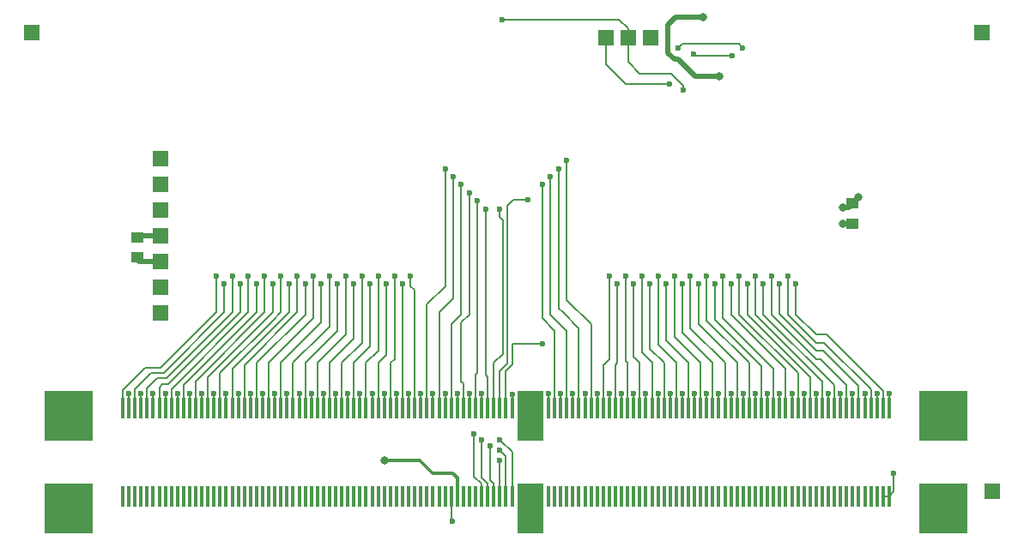
<source format=gbr>
G04 #@! TF.GenerationSoftware,KiCad,Pcbnew,5.0.2-bee76a0~70~ubuntu18.04.1*
G04 #@! TF.CreationDate,2019-04-15T15:13:08+02:00*
G04 #@! TF.ProjectId,ModulAdapter,4d6f6475-6c41-4646-9170-7465722e6b69,rev?*
G04 #@! TF.SameCoordinates,Original*
G04 #@! TF.FileFunction,Copper,L1,Top*
G04 #@! TF.FilePolarity,Positive*
%FSLAX46Y46*%
G04 Gerber Fmt 4.6, Leading zero omitted, Abs format (unit mm)*
G04 Created by KiCad (PCBNEW 5.0.2-bee76a0~70~ubuntu18.04.1) date Mo 15 Apr 2019 15:13:08 CEST*
%MOMM*%
%LPD*%
G01*
G04 APERTURE LIST*
G04 #@! TA.AperFunction,ComponentPad*
%ADD10R,1.501140X1.501140*%
G04 #@! TD*
G04 #@! TA.AperFunction,SMDPad,CuDef*
%ADD11R,2.600000X5.000000*%
G04 #@! TD*
G04 #@! TA.AperFunction,SMDPad,CuDef*
%ADD12R,0.350000X2.000000*%
G04 #@! TD*
G04 #@! TA.AperFunction,SMDPad,CuDef*
%ADD13R,4.800000X5.000000*%
G04 #@! TD*
G04 #@! TA.AperFunction,SMDPad,CuDef*
%ADD14R,1.250000X1.000000*%
G04 #@! TD*
G04 #@! TA.AperFunction,ViaPad*
%ADD15C,0.800000*%
G04 #@! TD*
G04 #@! TA.AperFunction,ViaPad*
%ADD16C,0.600000*%
G04 #@! TD*
G04 #@! TA.AperFunction,Conductor*
%ADD17C,0.300000*%
G04 #@! TD*
G04 #@! TA.AperFunction,Conductor*
%ADD18C,0.200000*%
G04 #@! TD*
G04 #@! TA.AperFunction,Conductor*
%ADD19C,0.500000*%
G04 #@! TD*
G04 APERTURE END LIST*
D10*
G04 #@! TO.P,P1,1*
G04 #@! TO.N,GND*
X53250000Y-81000000D03*
G04 #@! TD*
G04 #@! TO.P,P9,1*
G04 #@! TO.N,DIO_B*
X65913000Y-93431000D03*
G04 #@! TD*
G04 #@! TO.P,P8,1*
G04 #@! TO.N,LE_C*
X65913000Y-95971000D03*
G04 #@! TD*
G04 #@! TO.P,P2,1*
G04 #@! TO.N,V_GND*
X146990000Y-81000000D03*
G04 #@! TD*
G04 #@! TO.P,P3,1*
G04 #@! TO.N,VDD_C*
X65913000Y-103591000D03*
G04 #@! TD*
G04 #@! TO.P,P7,1*
G04 #@! TO.N,V_HV_C*
X65913000Y-108671000D03*
G04 #@! TD*
G04 #@! TO.P,P10,1*
G04 #@! TO.N,BL_C2*
X65913000Y-106131000D03*
G04 #@! TD*
G04 #@! TO.P,P11,1*
G04 #@! TO.N,CLK_C*
X65913000Y-98511000D03*
G04 #@! TD*
G04 #@! TO.P,P12,1*
G04 #@! TO.N,GND_C*
X65913000Y-101051000D03*
G04 #@! TD*
G04 #@! TO.P,P16,1*
G04 #@! TO.N,SENS_PAD*
X148000000Y-126250000D03*
G04 #@! TD*
G04 #@! TO.P,P4,1*
G04 #@! TO.N,DI_B*
X114250000Y-81500000D03*
G04 #@! TD*
G04 #@! TO.P,P5,1*
G04 #@! TO.N,POL_C2*
X109906000Y-81521500D03*
G04 #@! TD*
G04 #@! TO.P,P6,1*
G04 #@! TO.N,BL_C2*
X112065000Y-81521500D03*
G04 #@! TD*
D11*
G04 #@! TO.P,J1,*
G04 #@! TO.N,*
X102400000Y-127990000D03*
X102400000Y-118810000D03*
D12*
G04 #@! TO.P,J1,2*
G04 #@! TO.N,N/C*
X62800000Y-126750000D03*
G04 #@! TO.P,J1,1*
X62200000Y-126750000D03*
G04 #@! TO.P,J1,3*
X63400000Y-126750000D03*
G04 #@! TO.P,J1,4*
X64000000Y-126750000D03*
G04 #@! TO.P,J1,5*
X64600000Y-126750000D03*
G04 #@! TO.P,J1,6*
X65200000Y-126750000D03*
G04 #@! TO.P,J1,7*
X65800000Y-126750000D03*
G04 #@! TO.P,J1,8*
X66400000Y-126750000D03*
G04 #@! TO.P,J1,9*
X67000000Y-126750000D03*
G04 #@! TO.P,J1,10*
X67600000Y-126750000D03*
G04 #@! TO.P,J1,11*
X68200000Y-126750000D03*
G04 #@! TO.P,J1,12*
X68800000Y-126750000D03*
G04 #@! TO.P,J1,13*
X69400000Y-126750000D03*
G04 #@! TO.P,J1,14*
X70000000Y-126750000D03*
G04 #@! TO.P,J1,15*
X70600000Y-126750000D03*
G04 #@! TO.P,J1,16*
X71200000Y-126750000D03*
G04 #@! TO.P,J1,17*
X71800000Y-126750000D03*
G04 #@! TO.P,J1,18*
X72400000Y-126750000D03*
G04 #@! TO.P,J1,19*
X73000000Y-126750000D03*
G04 #@! TO.P,J1,20*
X73600000Y-126750000D03*
G04 #@! TO.P,J1,21*
X74200000Y-126750000D03*
G04 #@! TO.P,J1,22*
X74800000Y-126750000D03*
G04 #@! TO.P,J1,23*
X75400000Y-126750000D03*
G04 #@! TO.P,J1,24*
X76000000Y-126750000D03*
G04 #@! TO.P,J1,25*
X76600000Y-126750000D03*
G04 #@! TO.P,J1,26*
X77200000Y-126750000D03*
G04 #@! TO.P,J1,27*
X77800000Y-126750000D03*
G04 #@! TO.P,J1,28*
X78400000Y-126750000D03*
G04 #@! TO.P,J1,29*
X79000000Y-126750000D03*
G04 #@! TO.P,J1,30*
X79600000Y-126750000D03*
G04 #@! TO.P,J1,31*
X80200000Y-126750000D03*
G04 #@! TO.P,J1,32*
X80800000Y-126750000D03*
G04 #@! TO.P,J1,33*
X81400000Y-126750000D03*
G04 #@! TO.P,J1,34*
X82000000Y-126750000D03*
G04 #@! TO.P,J1,35*
X82600000Y-126750000D03*
G04 #@! TO.P,J1,36*
X83200000Y-126750000D03*
G04 #@! TO.P,J1,37*
X83800000Y-126750000D03*
G04 #@! TO.P,J1,38*
X84400000Y-126750000D03*
G04 #@! TO.P,J1,39*
X85000000Y-126750000D03*
G04 #@! TO.P,J1,40*
X85600000Y-126750000D03*
G04 #@! TO.P,J1,41*
X86200000Y-126750000D03*
G04 #@! TO.P,J1,42*
X86800000Y-126750000D03*
G04 #@! TO.P,J1,43*
X87400000Y-126750000D03*
G04 #@! TO.P,J1,44*
X88000000Y-126750000D03*
G04 #@! TO.P,J1,45*
X88600000Y-126750000D03*
G04 #@! TO.P,J1,46*
X89200000Y-126750000D03*
G04 #@! TO.P,J1,48*
X90400000Y-126750000D03*
G04 #@! TO.P,J1,47*
X89800000Y-126750000D03*
G04 #@! TO.P,J1,49*
X91000000Y-126750000D03*
G04 #@! TO.P,J1,50*
X91600000Y-126750000D03*
G04 #@! TO.P,J1,51*
X92200000Y-126750000D03*
G04 #@! TO.P,J1,52*
X92800000Y-126750000D03*
G04 #@! TO.P,J1,53*
X93400000Y-126750000D03*
G04 #@! TO.P,J1,54*
X94000000Y-126750000D03*
G04 #@! TO.P,J1,55*
G04 #@! TO.N,SENS_PAD*
X94600000Y-126750000D03*
G04 #@! TO.P,J1,56*
G04 #@! TO.N,GND*
X95200000Y-126750000D03*
G04 #@! TO.P,J1,57*
G04 #@! TO.N,N/C*
X95800000Y-126750000D03*
G04 #@! TO.P,J1,58*
X96400000Y-126750000D03*
G04 #@! TO.P,J1,59*
X97000000Y-126750000D03*
G04 #@! TO.P,J1,60*
G04 #@! TO.N,Net-(J1-Pad60)*
X97600000Y-126750000D03*
G04 #@! TO.P,J1,61*
G04 #@! TO.N,Net-(J1-Pad61)*
X98200000Y-126750000D03*
G04 #@! TO.P,J1,62*
G04 #@! TO.N,Net-(J1-Pad62)*
X98800000Y-126750000D03*
G04 #@! TO.P,J1,63*
G04 #@! TO.N,Net-(J1-Pad63)*
X99400000Y-126750000D03*
G04 #@! TO.P,J1,64*
G04 #@! TO.N,Net-(J1-Pad64)*
X100000000Y-126750000D03*
G04 #@! TO.P,J1,65*
G04 #@! TO.N,Net-(J1-Pad65)*
X100600000Y-126750000D03*
G04 #@! TO.P,J1,66*
G04 #@! TO.N,N/C*
X104200000Y-126750000D03*
G04 #@! TO.P,J1,67*
X104800000Y-126750000D03*
G04 #@! TO.P,J1,68*
X105400000Y-126750000D03*
G04 #@! TO.P,J1,69*
X106000000Y-126750000D03*
G04 #@! TO.P,J1,70*
X106600000Y-126750000D03*
G04 #@! TO.P,J1,71*
X107200000Y-126750000D03*
G04 #@! TO.P,J1,72*
X107800000Y-126750000D03*
G04 #@! TO.P,J1,73*
X108400000Y-126750000D03*
G04 #@! TO.P,J1,74*
X109000000Y-126750000D03*
G04 #@! TO.P,J1,75*
X109600000Y-126750000D03*
G04 #@! TO.P,J1,76*
X110200000Y-126750000D03*
G04 #@! TO.P,J1,77*
X110800000Y-126750000D03*
G04 #@! TO.P,J1,78*
X111400000Y-126750000D03*
G04 #@! TO.P,J1,79*
X112000000Y-126750000D03*
G04 #@! TO.P,J1,80*
X112600000Y-126750000D03*
G04 #@! TO.P,J1,81*
X113200000Y-126750000D03*
G04 #@! TO.P,J1,82*
X113800000Y-126750000D03*
G04 #@! TO.P,J1,83*
X114400000Y-126750000D03*
G04 #@! TO.P,J1,84*
X115000000Y-126750000D03*
G04 #@! TO.P,J1,85*
X115600000Y-126750000D03*
G04 #@! TO.P,J1,86*
X116200000Y-126750000D03*
G04 #@! TO.P,J1,87*
X116800000Y-126750000D03*
G04 #@! TO.P,J1,88*
X117400000Y-126750000D03*
G04 #@! TO.P,J1,89*
X118000000Y-126750000D03*
G04 #@! TO.P,J1,90*
X118600000Y-126750000D03*
G04 #@! TO.P,J1,91*
X119200000Y-126750000D03*
G04 #@! TO.P,J1,92*
X119800000Y-126750000D03*
G04 #@! TO.P,J1,93*
X120400000Y-126750000D03*
G04 #@! TO.P,J1,94*
X121000000Y-126750000D03*
G04 #@! TO.P,J1,95*
X121600000Y-126750000D03*
G04 #@! TO.P,J1,96*
X122200000Y-126750000D03*
G04 #@! TO.P,J1,97*
X122800000Y-126750000D03*
G04 #@! TO.P,J1,98*
X123400000Y-126750000D03*
G04 #@! TO.P,J1,99*
X124000000Y-126750000D03*
G04 #@! TO.P,J1,100*
X124600000Y-126750000D03*
G04 #@! TO.P,J1,101*
X125200000Y-126750000D03*
G04 #@! TO.P,J1,102*
X125800000Y-126750000D03*
G04 #@! TO.P,J1,103*
X126400000Y-126750000D03*
G04 #@! TO.P,J1,104*
X127000000Y-126750000D03*
G04 #@! TO.P,J1,105*
X127600000Y-126750000D03*
G04 #@! TO.P,J1,106*
X128200000Y-126750000D03*
G04 #@! TO.P,J1,107*
X128800000Y-126750000D03*
G04 #@! TO.P,J1,108*
X129400000Y-126750000D03*
G04 #@! TO.P,J1,109*
X130000000Y-126750000D03*
G04 #@! TO.P,J1,110*
X130600000Y-126750000D03*
G04 #@! TO.P,J1,111*
X131200000Y-126750000D03*
G04 #@! TO.P,J1,112*
X131800000Y-126750000D03*
G04 #@! TO.P,J1,113*
X132400000Y-126750000D03*
G04 #@! TO.P,J1,114*
X133000000Y-126750000D03*
G04 #@! TO.P,J1,115*
X133600000Y-126750000D03*
G04 #@! TO.P,J1,116*
X134200000Y-126750000D03*
G04 #@! TO.P,J1,117*
X134800000Y-126750000D03*
G04 #@! TO.P,J1,118*
X135400000Y-126750000D03*
G04 #@! TO.P,J1,119*
X136000000Y-126750000D03*
G04 #@! TO.P,J1,120*
X136600000Y-126750000D03*
G04 #@! TO.P,J1,121*
G04 #@! TO.N,V_GND*
X137200000Y-126750000D03*
G04 #@! TO.P,J1,122*
X137800000Y-126750000D03*
G04 #@! TO.P,J1,123*
G04 #@! TO.N,Net-(J1-Pad123)*
X62200000Y-118050000D03*
G04 #@! TO.P,J1,124*
G04 #@! TO.N,Net-(J1-Pad124)*
X62800000Y-118050000D03*
G04 #@! TO.P,J1,125*
G04 #@! TO.N,Net-(J1-Pad125)*
X63400000Y-118050000D03*
G04 #@! TO.P,J1,126*
G04 #@! TO.N,Net-(J1-Pad126)*
X64000000Y-118050000D03*
G04 #@! TO.P,J1,127*
G04 #@! TO.N,Net-(J1-Pad127)*
X64600000Y-118050000D03*
G04 #@! TO.P,J1,128*
G04 #@! TO.N,Net-(J1-Pad128)*
X65200000Y-118050000D03*
G04 #@! TO.P,J1,129*
G04 #@! TO.N,Net-(J1-Pad129)*
X65800000Y-118050000D03*
G04 #@! TO.P,J1,130*
G04 #@! TO.N,Net-(J1-Pad130)*
X66400000Y-118050000D03*
G04 #@! TO.P,J1,131*
G04 #@! TO.N,Net-(J1-Pad131)*
X67000000Y-118050000D03*
G04 #@! TO.P,J1,132*
G04 #@! TO.N,Net-(J1-Pad132)*
X67600000Y-118050000D03*
G04 #@! TO.P,J1,133*
G04 #@! TO.N,Net-(J1-Pad133)*
X68200000Y-118050000D03*
G04 #@! TO.P,J1,134*
G04 #@! TO.N,Net-(J1-Pad134)*
X68800000Y-118050000D03*
G04 #@! TO.P,J1,135*
G04 #@! TO.N,Net-(J1-Pad135)*
X69400000Y-118050000D03*
G04 #@! TO.P,J1,136*
G04 #@! TO.N,Net-(J1-Pad136)*
X70000000Y-118050000D03*
G04 #@! TO.P,J1,137*
G04 #@! TO.N,Net-(J1-Pad137)*
X70600000Y-118050000D03*
G04 #@! TO.P,J1,138*
G04 #@! TO.N,Net-(J1-Pad138)*
X71200000Y-118050000D03*
G04 #@! TO.P,J1,139*
G04 #@! TO.N,Net-(J1-Pad139)*
X71800000Y-118050000D03*
G04 #@! TO.P,J1,140*
G04 #@! TO.N,Net-(J1-Pad140)*
X72400000Y-118050000D03*
G04 #@! TO.P,J1,141*
G04 #@! TO.N,Net-(J1-Pad141)*
X73000000Y-118050000D03*
G04 #@! TO.P,J1,142*
G04 #@! TO.N,Net-(J1-Pad142)*
X73600000Y-118050000D03*
G04 #@! TO.P,J1,143*
G04 #@! TO.N,Net-(J1-Pad143)*
X74200000Y-118050000D03*
G04 #@! TO.P,J1,144*
G04 #@! TO.N,Net-(J1-Pad144)*
X74800000Y-118050000D03*
G04 #@! TO.P,J1,145*
G04 #@! TO.N,Net-(J1-Pad145)*
X75400000Y-118050000D03*
G04 #@! TO.P,J1,146*
G04 #@! TO.N,Net-(J1-Pad146)*
X76000000Y-118050000D03*
G04 #@! TO.P,J1,147*
G04 #@! TO.N,Net-(J1-Pad147)*
X76600000Y-118050000D03*
G04 #@! TO.P,J1,148*
G04 #@! TO.N,Net-(J1-Pad148)*
X77200000Y-118050000D03*
G04 #@! TO.P,J1,149*
G04 #@! TO.N,Net-(J1-Pad149)*
X77800000Y-118050000D03*
G04 #@! TO.P,J1,150*
G04 #@! TO.N,Net-(J1-Pad150)*
X78400000Y-118050000D03*
G04 #@! TO.P,J1,151*
G04 #@! TO.N,Net-(J1-Pad151)*
X79000000Y-118050000D03*
G04 #@! TO.P,J1,152*
G04 #@! TO.N,Net-(J1-Pad152)*
X79600000Y-118050000D03*
G04 #@! TO.P,J1,153*
G04 #@! TO.N,Net-(J1-Pad153)*
X80200000Y-118050000D03*
G04 #@! TO.P,J1,154*
G04 #@! TO.N,Net-(J1-Pad154)*
X80800000Y-118050000D03*
G04 #@! TO.P,J1,155*
G04 #@! TO.N,Net-(J1-Pad155)*
X81400000Y-118050000D03*
G04 #@! TO.P,J1,156*
G04 #@! TO.N,Net-(J1-Pad156)*
X82000000Y-118050000D03*
G04 #@! TO.P,J1,157*
G04 #@! TO.N,Net-(J1-Pad157)*
X82600000Y-118050000D03*
G04 #@! TO.P,J1,158*
G04 #@! TO.N,Net-(J1-Pad158)*
X83200000Y-118050000D03*
G04 #@! TO.P,J1,159*
G04 #@! TO.N,Net-(J1-Pad159)*
X83800000Y-118050000D03*
G04 #@! TO.P,J1,160*
G04 #@! TO.N,Net-(J1-Pad160)*
X84400000Y-118050000D03*
G04 #@! TO.P,J1,161*
G04 #@! TO.N,Net-(J1-Pad161)*
X85000000Y-118050000D03*
G04 #@! TO.P,J1,162*
G04 #@! TO.N,Net-(J1-Pad162)*
X85600000Y-118050000D03*
G04 #@! TO.P,J1,163*
G04 #@! TO.N,Net-(J1-Pad163)*
X86200000Y-118050000D03*
G04 #@! TO.P,J1,164*
G04 #@! TO.N,Net-(J1-Pad164)*
X86800000Y-118050000D03*
G04 #@! TO.P,J1,165*
G04 #@! TO.N,Net-(J1-Pad165)*
X87400000Y-118050000D03*
G04 #@! TO.P,J1,166*
G04 #@! TO.N,Net-(J1-Pad166)*
X88000000Y-118050000D03*
G04 #@! TO.P,J1,167*
G04 #@! TO.N,Net-(J1-Pad167)*
X88600000Y-118050000D03*
G04 #@! TO.P,J1,168*
G04 #@! TO.N,Net-(J1-Pad168)*
X89200000Y-118050000D03*
G04 #@! TO.P,J1,169*
G04 #@! TO.N,Net-(J1-Pad169)*
X89800000Y-118050000D03*
G04 #@! TO.P,J1,170*
G04 #@! TO.N,Net-(J1-Pad170)*
X90400000Y-118050000D03*
G04 #@! TO.P,J1,171*
G04 #@! TO.N,Net-(J1-Pad171)*
X91000000Y-118050000D03*
G04 #@! TO.P,J1,172*
G04 #@! TO.N,Net-(J1-Pad172)*
X91600000Y-118050000D03*
G04 #@! TO.P,J1,173*
G04 #@! TO.N,Net-(J1-Pad173)*
X92200000Y-118050000D03*
G04 #@! TO.P,J1,174*
G04 #@! TO.N,Net-(J1-Pad174)*
X92800000Y-118050000D03*
G04 #@! TO.P,J1,175*
G04 #@! TO.N,Net-(J1-Pad175)*
X93400000Y-118050000D03*
G04 #@! TO.P,J1,176*
G04 #@! TO.N,Net-(J1-Pad176)*
X94000000Y-118050000D03*
G04 #@! TO.P,J1,177*
G04 #@! TO.N,Net-(J1-Pad177)*
X94600000Y-118050000D03*
G04 #@! TO.P,J1,178*
G04 #@! TO.N,Net-(J1-Pad178)*
X95200000Y-118050000D03*
G04 #@! TO.P,J1,179*
G04 #@! TO.N,Net-(J1-Pad179)*
X95800000Y-118050000D03*
G04 #@! TO.P,J1,180*
G04 #@! TO.N,Net-(J1-Pad180)*
X96400000Y-118050000D03*
G04 #@! TO.P,J1,181*
G04 #@! TO.N,Net-(J1-Pad181)*
X97000000Y-118050000D03*
G04 #@! TO.P,J1,182*
G04 #@! TO.N,Net-(J1-Pad182)*
X97600000Y-118050000D03*
G04 #@! TO.P,J1,183*
G04 #@! TO.N,Net-(J1-Pad183)*
X98200000Y-118050000D03*
G04 #@! TO.P,J1,184*
G04 #@! TO.N,Net-(J1-Pad184)*
X98800000Y-118050000D03*
G04 #@! TO.P,J1,185*
G04 #@! TO.N,Net-(J1-Pad185)*
X99400000Y-118050000D03*
G04 #@! TO.P,J1,186*
G04 #@! TO.N,Net-(J1-Pad186)*
X100000000Y-118050000D03*
G04 #@! TO.P,J1,187*
G04 #@! TO.N,Net-(J1-Pad187)*
X100600000Y-118050000D03*
G04 #@! TO.P,J1,188*
G04 #@! TO.N,Net-(J1-Pad188)*
X104200000Y-118050000D03*
G04 #@! TO.P,J1,189*
G04 #@! TO.N,Net-(J1-Pad189)*
X104800000Y-118050000D03*
G04 #@! TO.P,J1,190*
G04 #@! TO.N,Net-(J1-Pad190)*
X105400000Y-118050000D03*
G04 #@! TO.P,J1,191*
G04 #@! TO.N,Net-(J1-Pad191)*
X106000000Y-118050000D03*
G04 #@! TO.P,J1,192*
G04 #@! TO.N,Net-(J1-Pad192)*
X106600000Y-118050000D03*
G04 #@! TO.P,J1,193*
G04 #@! TO.N,Net-(J1-Pad193)*
X107200000Y-118050000D03*
G04 #@! TO.P,J1,194*
G04 #@! TO.N,Net-(J1-Pad194)*
X107800000Y-118050000D03*
G04 #@! TO.P,J1,195*
G04 #@! TO.N,Net-(J1-Pad195)*
X108400000Y-118050000D03*
G04 #@! TO.P,J1,196*
G04 #@! TO.N,Net-(J1-Pad196)*
X109000000Y-118050000D03*
G04 #@! TO.P,J1,197*
G04 #@! TO.N,Net-(J1-Pad197)*
X109600000Y-118050000D03*
G04 #@! TO.P,J1,198*
G04 #@! TO.N,Net-(J1-Pad198)*
X110200000Y-118050000D03*
G04 #@! TO.P,J1,199*
G04 #@! TO.N,Net-(J1-Pad199)*
X110800000Y-118050000D03*
G04 #@! TO.P,J1,200*
G04 #@! TO.N,Net-(J1-Pad200)*
X111400000Y-118050000D03*
G04 #@! TO.P,J1,201*
G04 #@! TO.N,Net-(J1-Pad201)*
X112000000Y-118050000D03*
G04 #@! TO.P,J1,202*
G04 #@! TO.N,Net-(J1-Pad202)*
X112600000Y-118050000D03*
G04 #@! TO.P,J1,203*
G04 #@! TO.N,Net-(J1-Pad203)*
X113200000Y-118050000D03*
G04 #@! TO.P,J1,204*
G04 #@! TO.N,Net-(J1-Pad204)*
X113800000Y-118050000D03*
G04 #@! TO.P,J1,205*
G04 #@! TO.N,Net-(J1-Pad205)*
X114400000Y-118050000D03*
G04 #@! TO.P,J1,206*
G04 #@! TO.N,Net-(J1-Pad206)*
X115000000Y-118050000D03*
G04 #@! TO.P,J1,207*
G04 #@! TO.N,Net-(J1-Pad207)*
X115600000Y-118050000D03*
G04 #@! TO.P,J1,208*
G04 #@! TO.N,Net-(J1-Pad208)*
X116200000Y-118050000D03*
G04 #@! TO.P,J1,209*
G04 #@! TO.N,Net-(J1-Pad209)*
X116800000Y-118050000D03*
G04 #@! TO.P,J1,210*
G04 #@! TO.N,Net-(J1-Pad210)*
X117400000Y-118050000D03*
G04 #@! TO.P,J1,211*
G04 #@! TO.N,Net-(J1-Pad211)*
X118000000Y-118050000D03*
G04 #@! TO.P,J1,212*
G04 #@! TO.N,Net-(J1-Pad212)*
X118600000Y-118050000D03*
G04 #@! TO.P,J1,213*
G04 #@! TO.N,Net-(J1-Pad213)*
X119200000Y-118050000D03*
G04 #@! TO.P,J1,214*
G04 #@! TO.N,Net-(J1-Pad214)*
X119800000Y-118050000D03*
G04 #@! TO.P,J1,215*
G04 #@! TO.N,Net-(J1-Pad215)*
X120400000Y-118050000D03*
G04 #@! TO.P,J1,216*
G04 #@! TO.N,Net-(J1-Pad216)*
X121000000Y-118050000D03*
G04 #@! TO.P,J1,217*
G04 #@! TO.N,Net-(J1-Pad217)*
X121600000Y-118050000D03*
G04 #@! TO.P,J1,218*
G04 #@! TO.N,Net-(J1-Pad218)*
X122200000Y-118050000D03*
G04 #@! TO.P,J1,219*
G04 #@! TO.N,Net-(J1-Pad219)*
X122800000Y-118050000D03*
G04 #@! TO.P,J1,220*
G04 #@! TO.N,Net-(J1-Pad220)*
X123400000Y-118050000D03*
G04 #@! TO.P,J1,221*
G04 #@! TO.N,Net-(J1-Pad221)*
X124000000Y-118050000D03*
G04 #@! TO.P,J1,222*
G04 #@! TO.N,Net-(J1-Pad222)*
X124600000Y-118050000D03*
G04 #@! TO.P,J1,223*
G04 #@! TO.N,Net-(J1-Pad223)*
X125200000Y-118050000D03*
G04 #@! TO.P,J1,224*
G04 #@! TO.N,Net-(J1-Pad224)*
X125800000Y-118050000D03*
G04 #@! TO.P,J1,225*
G04 #@! TO.N,Net-(J1-Pad225)*
X126400000Y-118050000D03*
G04 #@! TO.P,J1,226*
G04 #@! TO.N,Net-(J1-Pad226)*
X127000000Y-118050000D03*
G04 #@! TO.P,J1,227*
G04 #@! TO.N,Net-(J1-Pad227)*
X127600000Y-118050000D03*
G04 #@! TO.P,J1,228*
G04 #@! TO.N,Net-(J1-Pad228)*
X128200000Y-118050000D03*
G04 #@! TO.P,J1,229*
G04 #@! TO.N,Net-(J1-Pad229)*
X128800000Y-118050000D03*
G04 #@! TO.P,J1,230*
G04 #@! TO.N,Net-(J1-Pad230)*
X129400000Y-118050000D03*
G04 #@! TO.P,J1,231*
G04 #@! TO.N,Net-(J1-Pad231)*
X130000000Y-118050000D03*
G04 #@! TO.P,J1,232*
G04 #@! TO.N,Net-(J1-Pad232)*
X130600000Y-118050000D03*
G04 #@! TO.P,J1,233*
G04 #@! TO.N,Net-(J1-Pad233)*
X131200000Y-118050000D03*
G04 #@! TO.P,J1,234*
G04 #@! TO.N,Net-(J1-Pad234)*
X131800000Y-118050000D03*
G04 #@! TO.P,J1,235*
G04 #@! TO.N,Net-(J1-Pad235)*
X132400000Y-118050000D03*
G04 #@! TO.P,J1,236*
G04 #@! TO.N,Net-(J1-Pad236)*
X133000000Y-118050000D03*
G04 #@! TO.P,J1,237*
G04 #@! TO.N,Net-(J1-Pad237)*
X133600000Y-118050000D03*
G04 #@! TO.P,J1,238*
G04 #@! TO.N,Net-(J1-Pad238)*
X134200000Y-118050000D03*
G04 #@! TO.P,J1,239*
G04 #@! TO.N,Net-(J1-Pad239)*
X134800000Y-118050000D03*
G04 #@! TO.P,J1,240*
G04 #@! TO.N,Net-(J1-Pad240)*
X135400000Y-118050000D03*
G04 #@! TO.P,J1,241*
G04 #@! TO.N,Net-(J1-Pad241)*
X136000000Y-118050000D03*
G04 #@! TO.P,J1,242*
G04 #@! TO.N,Net-(J1-Pad242)*
X136600000Y-118050000D03*
G04 #@! TO.P,J1,243*
G04 #@! TO.N,Net-(J1-Pad243)*
X137200000Y-118050000D03*
G04 #@! TO.P,J1,244*
G04 #@! TO.N,Net-(J1-Pad244)*
X137800000Y-118050000D03*
D13*
G04 #@! TO.P,J1,*
G04 #@! TO.N,*
X56900000Y-118810000D03*
X56900000Y-127990000D03*
X143100000Y-127990000D03*
X143100000Y-118810000D03*
G04 #@! TD*
D14*
G04 #@! TO.P,C12,1*
G04 #@! TO.N,VDD_C*
X134163000Y-97857000D03*
G04 #@! TO.P,C12,2*
G04 #@! TO.N,GND_C*
X134163000Y-99857000D03*
G04 #@! TD*
G04 #@! TO.P,C13,1*
G04 #@! TO.N,VDD_C*
X63678000Y-103200000D03*
G04 #@! TO.P,C13,2*
G04 #@! TO.N,GND_C*
X63678000Y-101200000D03*
G04 #@! TD*
D15*
G04 #@! TO.N,GND*
X88000000Y-123250000D03*
D16*
G04 #@! TO.N,V_GND*
X138250000Y-124500000D03*
D15*
G04 #@! TO.N,VDD_C*
X133274000Y-98222000D03*
X134798000Y-97206000D03*
X121082000Y-85268000D03*
X119431000Y-79426000D03*
G04 #@! TO.N,GND_C*
X133274000Y-99873000D03*
D16*
G04 #@! TO.N,POL_C2*
X116129000Y-86030000D03*
G04 #@! TO.N,Net-(J1-Pad123)*
X71400000Y-105000000D03*
G04 #@! TO.N,Net-(J1-Pad124)*
X62800000Y-116600000D03*
G04 #@! TO.N,Net-(J1-Pad125)*
X72200000Y-105800000D03*
G04 #@! TO.N,Net-(J1-Pad126)*
X64000000Y-116600000D03*
G04 #@! TO.N,Net-(J1-Pad127)*
X73000000Y-105000000D03*
G04 #@! TO.N,Net-(J1-Pad128)*
X65200000Y-116600000D03*
G04 #@! TO.N,Net-(J1-Pad129)*
X73800000Y-105800000D03*
G04 #@! TO.N,Net-(J1-Pad130)*
X66400000Y-116600000D03*
G04 #@! TO.N,Net-(J1-Pad131)*
X74600000Y-105000000D03*
G04 #@! TO.N,Net-(J1-Pad132)*
X67600000Y-116600000D03*
G04 #@! TO.N,Net-(J1-Pad133)*
X75400000Y-105800000D03*
G04 #@! TO.N,Net-(J1-Pad134)*
X68800000Y-116600000D03*
G04 #@! TO.N,Net-(J1-Pad135)*
X76200000Y-105000000D03*
G04 #@! TO.N,Net-(J1-Pad136)*
X70000000Y-116600000D03*
G04 #@! TO.N,Net-(J1-Pad137)*
X77000000Y-105800000D03*
G04 #@! TO.N,Net-(J1-Pad138)*
X71200000Y-116600000D03*
G04 #@! TO.N,Net-(J1-Pad139)*
X77800000Y-105000000D03*
G04 #@! TO.N,Net-(J1-Pad140)*
X72400000Y-116600000D03*
G04 #@! TO.N,Net-(J1-Pad141)*
X78600000Y-105800000D03*
G04 #@! TO.N,Net-(J1-Pad142)*
X73600000Y-116600000D03*
G04 #@! TO.N,Net-(J1-Pad143)*
X79400000Y-105000000D03*
G04 #@! TO.N,Net-(J1-Pad144)*
X74800000Y-116600000D03*
G04 #@! TO.N,Net-(J1-Pad145)*
X80200000Y-105800000D03*
G04 #@! TO.N,Net-(J1-Pad146)*
X76000000Y-116600000D03*
G04 #@! TO.N,Net-(J1-Pad147)*
X81000000Y-105000000D03*
G04 #@! TO.N,Net-(J1-Pad148)*
X77200000Y-116600000D03*
G04 #@! TO.N,Net-(J1-Pad149)*
X81800000Y-105800000D03*
G04 #@! TO.N,Net-(J1-Pad150)*
X78400000Y-116600000D03*
G04 #@! TO.N,Net-(J1-Pad151)*
X82600000Y-105000000D03*
G04 #@! TO.N,Net-(J1-Pad152)*
X79600000Y-116600000D03*
G04 #@! TO.N,Net-(J1-Pad153)*
X83400000Y-105800000D03*
G04 #@! TO.N,Net-(J1-Pad154)*
X80800000Y-116600000D03*
G04 #@! TO.N,Net-(J1-Pad155)*
X84200000Y-105000000D03*
G04 #@! TO.N,Net-(J1-Pad156)*
X82000000Y-116600000D03*
G04 #@! TO.N,Net-(J1-Pad157)*
X85000000Y-105800000D03*
G04 #@! TO.N,Net-(J1-Pad158)*
X83200000Y-116600000D03*
G04 #@! TO.N,Net-(J1-Pad159)*
X85800000Y-105000000D03*
G04 #@! TO.N,Net-(J1-Pad160)*
X84400000Y-116600000D03*
G04 #@! TO.N,Net-(J1-Pad161)*
X86600000Y-105800000D03*
G04 #@! TO.N,Net-(J1-Pad162)*
X85600000Y-116600000D03*
G04 #@! TO.N,Net-(J1-Pad163)*
X87400000Y-105000000D03*
G04 #@! TO.N,Net-(J1-Pad164)*
X86800000Y-116600000D03*
G04 #@! TO.N,Net-(J1-Pad165)*
X88200000Y-105800000D03*
G04 #@! TO.N,Net-(J1-Pad166)*
X88000000Y-116600000D03*
G04 #@! TO.N,Net-(J1-Pad167)*
X89000000Y-105000000D03*
G04 #@! TO.N,Net-(J1-Pad168)*
X89200000Y-116600000D03*
G04 #@! TO.N,Net-(J1-Pad169)*
X89800000Y-105800000D03*
G04 #@! TO.N,Net-(J1-Pad170)*
X90400000Y-116600000D03*
G04 #@! TO.N,Net-(J1-Pad171)*
X90600000Y-105000000D03*
G04 #@! TO.N,Net-(J1-Pad172)*
X91600000Y-116600000D03*
G04 #@! TO.N,Net-(J1-Pad173)*
X94000000Y-94400000D03*
G04 #@! TO.N,Net-(J1-Pad174)*
X92800000Y-116600000D03*
G04 #@! TO.N,Net-(J1-Pad175)*
X94800000Y-95200000D03*
G04 #@! TO.N,Net-(J1-Pad176)*
X94000000Y-116600000D03*
G04 #@! TO.N,Net-(J1-Pad177)*
X95600000Y-96000000D03*
G04 #@! TO.N,Net-(J1-Pad178)*
X95200000Y-116600000D03*
G04 #@! TO.N,Net-(J1-Pad180)*
X96400000Y-116600000D03*
G04 #@! TO.N,Net-(J1-Pad186)*
X103600000Y-111700000D03*
G04 #@! TO.N,Net-(J1-Pad188)*
X104200000Y-116600000D03*
G04 #@! TO.N,Net-(J1-Pad190)*
X105400000Y-116600000D03*
G04 #@! TO.N,Net-(J1-Pad192)*
X106600000Y-116600000D03*
G04 #@! TO.N,Net-(J1-Pad193)*
X105200000Y-94400000D03*
G04 #@! TO.N,Net-(J1-Pad194)*
X107800000Y-116600000D03*
G04 #@! TO.N,Net-(J1-Pad195)*
X106000000Y-93600000D03*
G04 #@! TO.N,Net-(J1-Pad196)*
X109000000Y-116600000D03*
G04 #@! TO.N,Net-(J1-Pad197)*
X110200000Y-104990248D03*
G04 #@! TO.N,Net-(J1-Pad198)*
X110200000Y-116590248D03*
G04 #@! TO.N,Net-(J1-Pad199)*
X111000000Y-105790248D03*
G04 #@! TO.N,Net-(J1-Pad200)*
X111400000Y-116590248D03*
G04 #@! TO.N,Net-(J1-Pad201)*
X111800000Y-104990248D03*
G04 #@! TO.N,Net-(J1-Pad202)*
X112600000Y-116590248D03*
G04 #@! TO.N,Net-(J1-Pad203)*
X112600000Y-105790248D03*
G04 #@! TO.N,Net-(J1-Pad204)*
X113800000Y-116590248D03*
G04 #@! TO.N,Net-(J1-Pad205)*
X113400000Y-104990248D03*
G04 #@! TO.N,Net-(J1-Pad206)*
X115000000Y-116590248D03*
G04 #@! TO.N,Net-(J1-Pad207)*
X114200000Y-105790248D03*
G04 #@! TO.N,Net-(J1-Pad208)*
X116200000Y-116590248D03*
G04 #@! TO.N,Net-(J1-Pad209)*
X115000000Y-104990248D03*
G04 #@! TO.N,Net-(J1-Pad210)*
X117400000Y-116590248D03*
G04 #@! TO.N,Net-(J1-Pad211)*
X115800000Y-105790248D03*
G04 #@! TO.N,Net-(J1-Pad212)*
X118600000Y-116590248D03*
G04 #@! TO.N,Net-(J1-Pad213)*
X116600000Y-104990248D03*
G04 #@! TO.N,Net-(J1-Pad214)*
X119800000Y-116590248D03*
G04 #@! TO.N,Net-(J1-Pad215)*
X117400000Y-105790248D03*
G04 #@! TO.N,Net-(J1-Pad216)*
X121000000Y-116590248D03*
G04 #@! TO.N,Net-(J1-Pad217)*
X118200000Y-104990248D03*
G04 #@! TO.N,Net-(J1-Pad218)*
X122200000Y-116590248D03*
G04 #@! TO.N,Net-(J1-Pad219)*
X119000000Y-105790248D03*
G04 #@! TO.N,Net-(J1-Pad220)*
X123400000Y-116590248D03*
G04 #@! TO.N,Net-(J1-Pad221)*
X119800000Y-104990248D03*
G04 #@! TO.N,Net-(J1-Pad222)*
X124600000Y-116590248D03*
G04 #@! TO.N,Net-(J1-Pad223)*
X120600000Y-105790248D03*
G04 #@! TO.N,Net-(J1-Pad224)*
X125800000Y-116590248D03*
G04 #@! TO.N,Net-(J1-Pad225)*
X121400000Y-104990248D03*
G04 #@! TO.N,Net-(J1-Pad226)*
X127000000Y-116590248D03*
G04 #@! TO.N,Net-(J1-Pad227)*
X122200000Y-105790248D03*
G04 #@! TO.N,Net-(J1-Pad228)*
X128200000Y-116590248D03*
G04 #@! TO.N,Net-(J1-Pad229)*
X123000000Y-104990248D03*
G04 #@! TO.N,Net-(J1-Pad230)*
X129400000Y-116590248D03*
G04 #@! TO.N,Net-(J1-Pad231)*
X123800000Y-105790248D03*
G04 #@! TO.N,Net-(J1-Pad232)*
X130600000Y-116590248D03*
G04 #@! TO.N,Net-(J1-Pad233)*
X124600000Y-104990248D03*
G04 #@! TO.N,Net-(J1-Pad234)*
X131800000Y-116590248D03*
G04 #@! TO.N,Net-(J1-Pad235)*
X125400000Y-105790248D03*
G04 #@! TO.N,Net-(J1-Pad236)*
X133000000Y-116590248D03*
G04 #@! TO.N,Net-(J1-Pad237)*
X126200000Y-104990248D03*
G04 #@! TO.N,Net-(J1-Pad238)*
X134200000Y-116590248D03*
G04 #@! TO.N,Net-(J1-Pad239)*
X127000000Y-105790248D03*
G04 #@! TO.N,Net-(J1-Pad240)*
X135400000Y-116590248D03*
G04 #@! TO.N,Net-(J1-Pad241)*
X127800000Y-104990248D03*
G04 #@! TO.N,Net-(J1-Pad242)*
X136600000Y-116590248D03*
G04 #@! TO.N,Net-(J1-Pad243)*
X128600000Y-105790248D03*
G04 #@! TO.N,Net-(J1-Pad244)*
X137800000Y-116590248D03*
G04 #@! TO.N,Net-(J1-Pad179)*
X96400000Y-96800000D03*
G04 #@! TO.N,Net-(J1-Pad181)*
X97200000Y-97600000D03*
G04 #@! TO.N,Net-(J1-Pad182)*
X97600000Y-116600000D03*
G04 #@! TO.N,Net-(J1-Pad183)*
X98000000Y-98400000D03*
G04 #@! TO.N,Net-(J1-Pad184)*
X99400000Y-98400000D03*
G04 #@! TO.N,Net-(J1-Pad185)*
X102200000Y-97500000D03*
G04 #@! TO.N,Net-(J1-Pad187)*
X100600000Y-116700000D03*
G04 #@! TO.N,Net-(J1-Pad189)*
X103600000Y-96000000D03*
G04 #@! TO.N,Net-(J1-Pad191)*
X104400000Y-95200000D03*
G04 #@! TO.N,Net-(J1-Pad60)*
X96800000Y-120600000D03*
G04 #@! TO.N,Net-(J1-Pad61)*
X97600000Y-121200000D03*
G04 #@! TO.N,Net-(J1-Pad62)*
X98400000Y-121800000D03*
G04 #@! TO.N,Net-(J1-Pad63)*
X99400000Y-123200000D03*
G04 #@! TO.N,LE_C*
X123368000Y-82474000D03*
X117000000Y-82500000D03*
G04 #@! TO.N,BL_C2*
X99619000Y-79680000D03*
X117526000Y-86623000D03*
G04 #@! TO.N,CLK_C*
X122352000Y-83236000D03*
X118542000Y-83109000D03*
G04 #@! TO.N,SENS_PAD*
X94750000Y-129250000D03*
G04 #@! TO.N,Net-(J1-Pad64)*
X99400000Y-122200000D03*
G04 #@! TO.N,Net-(J1-Pad65)*
X99400000Y-121200000D03*
G04 #@! TD*
D17*
G04 #@! TO.N,GND*
X95200000Y-126750000D02*
X95200000Y-124950000D01*
X95200000Y-124950000D02*
X94750000Y-124500000D01*
X94750000Y-124500000D02*
X92750000Y-124500000D01*
X92750000Y-124500000D02*
X91500000Y-123250000D01*
X91500000Y-123250000D02*
X88000000Y-123250000D01*
D18*
G04 #@! TO.N,V_GND*
X138250000Y-126300000D02*
X137800000Y-126750000D01*
X138250000Y-124500000D02*
X138250000Y-126300000D01*
X137800000Y-126750000D02*
X137200000Y-126750000D01*
D19*
G04 #@! TO.N,VDD_C*
X63815000Y-103591000D02*
X63424000Y-103200000D01*
X65913000Y-103591000D02*
X63815000Y-103591000D01*
X134798000Y-97222000D02*
X134163000Y-97857000D01*
X134798000Y-97206000D02*
X134798000Y-97222000D01*
X133798000Y-98222000D02*
X134163000Y-97857000D01*
X133274000Y-98222000D02*
X133798000Y-98222000D01*
X116764000Y-79426000D02*
X119431000Y-79426000D01*
X118669000Y-85268000D02*
X117018000Y-83617000D01*
X117018000Y-83617000D02*
X116617000Y-83617000D01*
X116617000Y-83617000D02*
X116000000Y-83000000D01*
X116000000Y-83000000D02*
X116000000Y-80190000D01*
X121082000Y-85268000D02*
X118669000Y-85268000D01*
X116000000Y-80190000D02*
X116764000Y-79426000D01*
G04 #@! TO.N,GND_C*
X63573000Y-101051000D02*
X63424000Y-101200000D01*
X65913000Y-101051000D02*
X63573000Y-101051000D01*
X134147000Y-99873000D02*
X134163000Y-99857000D01*
X133274000Y-99873000D02*
X134147000Y-99873000D01*
D18*
G04 #@! TO.N,POL_C2*
X114224000Y-86030000D02*
X111811000Y-86030000D01*
X114224000Y-86030000D02*
X113970000Y-86030000D01*
X116129000Y-86030000D02*
X114224000Y-86030000D01*
X109906000Y-84125000D02*
X109906000Y-81521500D01*
X111811000Y-86030000D02*
X109906000Y-84125000D01*
G04 #@! TO.N,Net-(J1-Pad123)*
X62200000Y-116300000D02*
X62200000Y-118050000D01*
X64400000Y-114100000D02*
X62200000Y-116300000D01*
X65900000Y-114100000D02*
X64400000Y-114100000D01*
X71400000Y-108600000D02*
X65900000Y-114100000D01*
X71400000Y-105000000D02*
X71400000Y-108600000D01*
G04 #@! TO.N,Net-(J1-Pad124)*
X62800000Y-118050000D02*
X62800000Y-116600000D01*
G04 #@! TO.N,Net-(J1-Pad125)*
X65000000Y-114550010D02*
X64800000Y-114750010D01*
X64800000Y-114750010D02*
X63400000Y-116200000D01*
X66249990Y-114550010D02*
X65000000Y-114550010D01*
X63400000Y-116200000D02*
X63400000Y-118050000D01*
X72200000Y-108600000D02*
X66249990Y-114550010D01*
X72200000Y-105800000D02*
X72200000Y-108600000D01*
G04 #@! TO.N,Net-(J1-Pad126)*
X64000000Y-118050000D02*
X64000000Y-116600000D01*
G04 #@! TO.N,Net-(J1-Pad127)*
X64600000Y-116100000D02*
X64600000Y-118050000D01*
X73000000Y-105000000D02*
X73000000Y-108600000D01*
X65550010Y-115100000D02*
X65500000Y-115150010D01*
X65500000Y-115150010D02*
X64600000Y-116100000D01*
X66500000Y-115100000D02*
X65550010Y-115100000D01*
X73000000Y-108600000D02*
X66500000Y-115100000D01*
G04 #@! TO.N,Net-(J1-Pad128)*
X65200000Y-118050000D02*
X65200000Y-116600000D01*
G04 #@! TO.N,Net-(J1-Pad129)*
X73800000Y-105800000D02*
X73800000Y-106049990D01*
X73800000Y-106049990D02*
X73800000Y-106400000D01*
X65800000Y-116000000D02*
X65800000Y-118050000D01*
X73800000Y-106049990D02*
X73800000Y-108600000D01*
X66700000Y-115700000D02*
X66100000Y-115700000D01*
X66100000Y-115700000D02*
X65800000Y-116000000D01*
X73800000Y-108600000D02*
X66700000Y-115700000D01*
G04 #@! TO.N,Net-(J1-Pad130)*
X66400000Y-118050000D02*
X66400000Y-116600000D01*
G04 #@! TO.N,Net-(J1-Pad131)*
X67000000Y-116200000D02*
X67000000Y-118050000D01*
X74600000Y-108600000D02*
X67000000Y-116200000D01*
X74600000Y-105000000D02*
X74600000Y-108600000D01*
G04 #@! TO.N,Net-(J1-Pad132)*
X67600000Y-118050000D02*
X67600000Y-116600000D01*
G04 #@! TO.N,Net-(J1-Pad133)*
X75400000Y-105800000D02*
X75400000Y-105600000D01*
X68200000Y-115800000D02*
X68200000Y-118050000D01*
X75400000Y-108600000D02*
X68200000Y-115800000D01*
X75400000Y-105800000D02*
X75400000Y-108600000D01*
G04 #@! TO.N,Net-(J1-Pad134)*
X68800000Y-118050000D02*
X68800000Y-116600000D01*
G04 #@! TO.N,Net-(J1-Pad135)*
X76200000Y-105000000D02*
X76200000Y-107449990D01*
X76200000Y-107449990D02*
X76200000Y-107800000D01*
X76200000Y-108600000D02*
X69400000Y-115400000D01*
X69400000Y-115400000D02*
X69400000Y-118050000D01*
X76200000Y-107449990D02*
X76200000Y-108600000D01*
G04 #@! TO.N,Net-(J1-Pad136)*
X70000000Y-118050000D02*
X70000000Y-116600000D01*
G04 #@! TO.N,Net-(J1-Pad137)*
X77000000Y-108600000D02*
X77000000Y-105800000D01*
X70600000Y-115000000D02*
X77000000Y-108600000D01*
X70600000Y-118050000D02*
X70600000Y-115000000D01*
G04 #@! TO.N,Net-(J1-Pad138)*
X71200000Y-118050000D02*
X71200000Y-116850000D01*
X71200000Y-116850000D02*
X71200000Y-116600000D01*
G04 #@! TO.N,Net-(J1-Pad139)*
X71800000Y-118050000D02*
X71800000Y-114600000D01*
X71800000Y-114600000D02*
X77000000Y-109400000D01*
X77000000Y-109400000D02*
X77800000Y-108600000D01*
X77800000Y-108600000D02*
X77800000Y-106400000D01*
X77800000Y-106400000D02*
X77800000Y-105550001D01*
X77800000Y-105550001D02*
X77800000Y-105000000D01*
G04 #@! TO.N,Net-(J1-Pad140)*
X72400000Y-118050000D02*
X72400000Y-116600000D01*
G04 #@! TO.N,Net-(J1-Pad141)*
X73000000Y-118050000D02*
X73000000Y-114200000D01*
X73000000Y-114200000D02*
X78600000Y-108600000D01*
X78600000Y-108600000D02*
X78600000Y-105800000D01*
G04 #@! TO.N,Net-(J1-Pad142)*
X73600000Y-118050000D02*
X73600000Y-116600000D01*
G04 #@! TO.N,Net-(J1-Pad143)*
X74200000Y-118050000D02*
X74200000Y-113800000D01*
X74200000Y-113800000D02*
X79400000Y-108600000D01*
X79400000Y-108600000D02*
X79400000Y-105000000D01*
G04 #@! TO.N,Net-(J1-Pad144)*
X74800000Y-118050000D02*
X74800000Y-116800000D01*
X74800000Y-116800000D02*
X74800000Y-116600000D01*
G04 #@! TO.N,Net-(J1-Pad145)*
X75400000Y-118050000D02*
X75400000Y-113600000D01*
X75400000Y-113600000D02*
X80200000Y-108800000D01*
X80200000Y-108800000D02*
X80200000Y-105800000D01*
G04 #@! TO.N,Net-(J1-Pad146)*
X76000000Y-118050000D02*
X76000000Y-116600000D01*
G04 #@! TO.N,Net-(J1-Pad147)*
X76600000Y-118050000D02*
X76600000Y-113600000D01*
X76600000Y-113600000D02*
X81000000Y-109200000D01*
X81000000Y-109200000D02*
X81000000Y-107600000D01*
X81000000Y-107600000D02*
X81000000Y-105000000D01*
G04 #@! TO.N,Net-(J1-Pad148)*
X77200000Y-118050000D02*
X77200000Y-116600000D01*
G04 #@! TO.N,Net-(J1-Pad149)*
X77800000Y-118050000D02*
X77800000Y-113600000D01*
X77800000Y-113600000D02*
X81800000Y-109600000D01*
X81800000Y-109600000D02*
X81800000Y-107400000D01*
X81800000Y-107400000D02*
X81800000Y-105800000D01*
G04 #@! TO.N,Net-(J1-Pad150)*
X78400000Y-118050000D02*
X78400000Y-116600000D01*
G04 #@! TO.N,Net-(J1-Pad151)*
X79000000Y-113600000D02*
X82000000Y-110600000D01*
X79000000Y-118050000D02*
X79000000Y-113600000D01*
X82000000Y-110600000D02*
X82600000Y-110000000D01*
X82600000Y-110000000D02*
X82600000Y-108400000D01*
X82600000Y-108400000D02*
X82600000Y-105000000D01*
G04 #@! TO.N,Net-(J1-Pad152)*
X79600000Y-118050000D02*
X79600000Y-116600000D01*
G04 #@! TO.N,Net-(J1-Pad153)*
X80200000Y-118050000D02*
X80200000Y-113600000D01*
X80200000Y-113600000D02*
X83400000Y-110400000D01*
X83400000Y-110400000D02*
X83400000Y-108800000D01*
X83400000Y-108800000D02*
X83400000Y-105800000D01*
G04 #@! TO.N,Net-(J1-Pad154)*
X80800000Y-118050000D02*
X80800000Y-116600000D01*
G04 #@! TO.N,Net-(J1-Pad155)*
X81400000Y-118050000D02*
X81400000Y-113600000D01*
X81400000Y-113600000D02*
X84200000Y-110800000D01*
X84200000Y-110800000D02*
X84200000Y-107800000D01*
X84200000Y-107800000D02*
X84200000Y-105200000D01*
G04 #@! TO.N,Net-(J1-Pad156)*
X82000000Y-118050000D02*
X82000000Y-117200000D01*
X82000000Y-117200000D02*
X82000000Y-116600000D01*
G04 #@! TO.N,Net-(J1-Pad157)*
X82600000Y-118050000D02*
X82600000Y-113600000D01*
X82600000Y-113600000D02*
X85000000Y-111200000D01*
X85000000Y-111200000D02*
X85000000Y-108000000D01*
X85000000Y-108000000D02*
X85000000Y-105800000D01*
G04 #@! TO.N,Net-(J1-Pad158)*
X83200000Y-118050000D02*
X83200000Y-116600000D01*
G04 #@! TO.N,Net-(J1-Pad159)*
X83800000Y-118050000D02*
X83800000Y-113600000D01*
X83800000Y-113600000D02*
X85800000Y-111600000D01*
X85800000Y-111600000D02*
X85800000Y-105000000D01*
G04 #@! TO.N,Net-(J1-Pad160)*
X84400000Y-118050000D02*
X84400000Y-116600000D01*
G04 #@! TO.N,Net-(J1-Pad161)*
X85000000Y-118050000D02*
X85000000Y-113600000D01*
X85000000Y-113600000D02*
X86600000Y-112000000D01*
X86600000Y-112000000D02*
X86600000Y-108000000D01*
X86600000Y-108000000D02*
X86600000Y-105800000D01*
G04 #@! TO.N,Net-(J1-Pad162)*
X85600000Y-118050000D02*
X85600000Y-116600000D01*
G04 #@! TO.N,Net-(J1-Pad163)*
X86200000Y-118050000D02*
X86200000Y-113600000D01*
X86200000Y-113600000D02*
X87400000Y-112400000D01*
X87400000Y-112400000D02*
X87400000Y-105000000D01*
G04 #@! TO.N,Net-(J1-Pad164)*
X86800000Y-118050000D02*
X86800000Y-116600000D01*
G04 #@! TO.N,Net-(J1-Pad165)*
X87400000Y-118050000D02*
X87400000Y-113600000D01*
X87400000Y-113600000D02*
X88200000Y-112800000D01*
X88200000Y-112800000D02*
X88200000Y-107400000D01*
X88200000Y-107400000D02*
X88200000Y-105800000D01*
G04 #@! TO.N,Net-(J1-Pad166)*
X88000000Y-118050000D02*
X88000000Y-116600000D01*
G04 #@! TO.N,Net-(J1-Pad167)*
X88600000Y-118050000D02*
X88600000Y-113600000D01*
X88600000Y-113600000D02*
X89000000Y-113200000D01*
X89000000Y-113200000D02*
X89000000Y-106400000D01*
X89000000Y-106400000D02*
X89000000Y-105000000D01*
G04 #@! TO.N,Net-(J1-Pad168)*
X89200000Y-118050000D02*
X89200000Y-116600000D01*
G04 #@! TO.N,Net-(J1-Pad169)*
X89800000Y-118050000D02*
X89800000Y-106200000D01*
X89800000Y-106200000D02*
X89800000Y-105800000D01*
G04 #@! TO.N,Net-(J1-Pad170)*
X90400000Y-118050000D02*
X90400000Y-116600000D01*
G04 #@! TO.N,Net-(J1-Pad171)*
X90600000Y-106000000D02*
X90600000Y-105000000D01*
X91000000Y-118050000D02*
X91000000Y-106400000D01*
X91000000Y-106400000D02*
X90600000Y-106000000D01*
G04 #@! TO.N,Net-(J1-Pad172)*
X91600000Y-118050000D02*
X91600000Y-116600000D01*
G04 #@! TO.N,Net-(J1-Pad173)*
X94000000Y-99000000D02*
X94000000Y-94400000D01*
X92200000Y-118050000D02*
X92200000Y-107800000D01*
X94000000Y-106000000D02*
X94000000Y-99000000D01*
X92200000Y-107800000D02*
X94000000Y-106000000D01*
G04 #@! TO.N,Net-(J1-Pad174)*
X92800000Y-118050000D02*
X92800000Y-116600000D01*
G04 #@! TO.N,Net-(J1-Pad175)*
X93400000Y-108800000D02*
X93400000Y-108600000D01*
X93400000Y-108800000D02*
X93400000Y-118050000D01*
X93400000Y-108600000D02*
X94800000Y-107200000D01*
X94800000Y-95200000D02*
X94800000Y-101000000D01*
X94800000Y-107200000D02*
X94800000Y-101000000D01*
X94800000Y-101000000D02*
X94800000Y-100800000D01*
G04 #@! TO.N,Net-(J1-Pad176)*
X94000000Y-118050000D02*
X94000000Y-116600000D01*
G04 #@! TO.N,Net-(J1-Pad177)*
X94600000Y-115400000D02*
X94600000Y-115200000D01*
X94600000Y-118050000D02*
X94600000Y-115400000D01*
X94600000Y-110000000D02*
X94600000Y-109800000D01*
X94600000Y-115400000D02*
X94600000Y-110000000D01*
X94600000Y-109800000D02*
X95600000Y-108800000D01*
X95600000Y-108800000D02*
X95600000Y-96000000D01*
G04 #@! TO.N,Net-(J1-Pad178)*
X95200000Y-118050000D02*
X95200000Y-116600000D01*
G04 #@! TO.N,Net-(J1-Pad180)*
X96400000Y-118050000D02*
X96400000Y-116600000D01*
G04 #@! TO.N,Net-(J1-Pad186)*
X100000000Y-114400000D02*
X100000000Y-118050000D01*
X100650000Y-113750000D02*
X100000000Y-114400000D01*
X100650000Y-111700000D02*
X100650000Y-113750000D01*
X100650000Y-111700000D02*
X103600000Y-111700000D01*
G04 #@! TO.N,Net-(J1-Pad188)*
X104200000Y-118050000D02*
X104200000Y-116600000D01*
X104200000Y-116600000D02*
X104200000Y-116500000D01*
G04 #@! TO.N,Net-(J1-Pad190)*
X105400000Y-118050000D02*
X105400000Y-116600000D01*
G04 #@! TO.N,Net-(J1-Pad192)*
X106600000Y-117000000D02*
X106600000Y-116600000D01*
X106600000Y-116600000D02*
X106600000Y-116500000D01*
X106600000Y-118050000D02*
X106600000Y-117000000D01*
G04 #@! TO.N,Net-(J1-Pad193)*
X107200000Y-118050000D02*
X107200000Y-110200000D01*
X105600000Y-108600000D02*
X105200000Y-108200000D01*
X107200000Y-110200000D02*
X105600000Y-108600000D01*
X105200000Y-108200000D02*
X105200000Y-97800000D01*
X105200000Y-94400000D02*
X105200000Y-97800000D01*
X105200000Y-97800000D02*
X105200000Y-97400000D01*
G04 #@! TO.N,Net-(J1-Pad194)*
X107800000Y-118050000D02*
X107800000Y-116600000D01*
X107800000Y-116600000D02*
X107800000Y-116500000D01*
G04 #@! TO.N,Net-(J1-Pad195)*
X108400000Y-111000000D02*
X108400000Y-109800000D01*
X108400000Y-111000000D02*
X108400000Y-109900000D01*
X108400000Y-118050000D02*
X108400000Y-111000000D01*
X108400000Y-109800000D02*
X106000000Y-107400000D01*
X106000000Y-107400000D02*
X106000000Y-94800000D01*
X106000000Y-94800000D02*
X106000000Y-93600000D01*
G04 #@! TO.N,Net-(J1-Pad196)*
X109000000Y-118050000D02*
X109000000Y-116850000D01*
X109000000Y-116600000D02*
X109000000Y-116500000D01*
X109000000Y-116850000D02*
X109000000Y-116600000D01*
G04 #@! TO.N,Net-(J1-Pad197)*
X109600000Y-114400000D02*
X109600000Y-118050000D01*
X109600000Y-113800000D02*
X109600000Y-114400000D01*
X110200000Y-104990248D02*
X110200000Y-113200000D01*
X110200000Y-113200000D02*
X109600000Y-113800000D01*
G04 #@! TO.N,Net-(J1-Pad198)*
X110200000Y-118050000D02*
X110200000Y-116600000D01*
X110200000Y-118050000D02*
X110200000Y-116850000D01*
X110200000Y-116850000D02*
X110200000Y-116500000D01*
G04 #@! TO.N,Net-(J1-Pad199)*
X110800000Y-113800000D02*
X110800000Y-118050000D01*
X111000000Y-113600000D02*
X110800000Y-113800000D01*
X111000000Y-105790248D02*
X111000000Y-113600000D01*
G04 #@! TO.N,Net-(J1-Pad200)*
X111400000Y-118050000D02*
X111400000Y-116600000D01*
X111400000Y-118050000D02*
X111400000Y-116500000D01*
G04 #@! TO.N,Net-(J1-Pad201)*
X112000000Y-113700000D02*
X112000000Y-113600000D01*
X112000000Y-118050000D02*
X112000000Y-113700000D01*
X112000000Y-113600000D02*
X111800000Y-113400000D01*
X111800000Y-104990248D02*
X111800000Y-106600000D01*
X111800000Y-106400000D02*
X111800000Y-106600000D01*
X111800000Y-106600000D02*
X111800000Y-113400000D01*
G04 #@! TO.N,Net-(J1-Pad202)*
X112600000Y-118050000D02*
X112600000Y-116600000D01*
X112600000Y-118050000D02*
X112600000Y-116500000D01*
G04 #@! TO.N,Net-(J1-Pad203)*
X113200000Y-118050000D02*
X113200000Y-113600000D01*
X113200000Y-113600000D02*
X112600000Y-113000000D01*
X112600000Y-106414512D02*
X112600000Y-113000000D01*
X112600000Y-106414512D02*
X112600000Y-105790248D01*
G04 #@! TO.N,Net-(J1-Pad204)*
X113800000Y-118050000D02*
X113800000Y-116600000D01*
X113800000Y-118050000D02*
X113800000Y-116500000D01*
G04 #@! TO.N,Net-(J1-Pad205)*
X114400000Y-113600000D02*
X114400000Y-118050000D01*
X113400000Y-112600000D02*
X114400000Y-113600000D01*
X113400000Y-106500000D02*
X113400000Y-104990248D01*
X113400000Y-106500000D02*
X113400000Y-112600000D01*
X113400000Y-106400000D02*
X113400000Y-106500000D01*
G04 #@! TO.N,Net-(J1-Pad206)*
X115000000Y-118050000D02*
X115000000Y-116600000D01*
X115000000Y-118050000D02*
X115000000Y-116500000D01*
G04 #@! TO.N,Net-(J1-Pad207)*
X115600000Y-113600000D02*
X115600000Y-118050000D01*
X114200000Y-106700000D02*
X114200000Y-112200000D01*
X114200000Y-112200000D02*
X115600000Y-113600000D01*
X114200000Y-106700000D02*
X114200000Y-105790248D01*
G04 #@! TO.N,Net-(J1-Pad208)*
X116200000Y-118050000D02*
X116200000Y-116600000D01*
X116200000Y-118050000D02*
X116200000Y-116850000D01*
X116200000Y-116850000D02*
X116200000Y-116500000D01*
G04 #@! TO.N,Net-(J1-Pad209)*
X116800000Y-113600000D02*
X116800000Y-118050000D01*
X115000000Y-106600000D02*
X115000000Y-111800000D01*
X115000000Y-111800000D02*
X116800000Y-113600000D01*
X115000000Y-106600000D02*
X115000000Y-104990248D01*
G04 #@! TO.N,Net-(J1-Pad210)*
X117400000Y-118050000D02*
X117400000Y-116600000D01*
X117400000Y-118050000D02*
X117400000Y-116500000D01*
G04 #@! TO.N,Net-(J1-Pad211)*
X115800000Y-111400000D02*
X118000000Y-113600000D01*
X115800000Y-106600000D02*
X115800000Y-111400000D01*
X118000000Y-113600000D02*
X118000000Y-118050000D01*
X115800000Y-106600000D02*
X115800000Y-105790248D01*
G04 #@! TO.N,Net-(J1-Pad212)*
X118600000Y-118050000D02*
X118600000Y-117200000D01*
X118600000Y-117200000D02*
X118600000Y-116600000D01*
X118600000Y-118050000D02*
X118600000Y-116850000D01*
X118600000Y-116850000D02*
X118600000Y-116500000D01*
G04 #@! TO.N,Net-(J1-Pad213)*
X119200000Y-113600000D02*
X119200000Y-118050000D01*
X116600000Y-106700000D02*
X116600000Y-111000000D01*
X116600000Y-111000000D02*
X119200000Y-113600000D01*
X116600000Y-106700000D02*
X116600000Y-104990248D01*
G04 #@! TO.N,Net-(J1-Pad214)*
X119800000Y-118050000D02*
X119800000Y-116600000D01*
X119800000Y-118050000D02*
X119800000Y-116850000D01*
X119800000Y-116850000D02*
X119800000Y-116500000D01*
G04 #@! TO.N,Net-(J1-Pad215)*
X120400000Y-118050000D02*
X120400000Y-113600000D01*
X117385488Y-110585488D02*
X117500000Y-110700000D01*
X120400000Y-113600000D02*
X117500000Y-110700000D01*
X117400000Y-106485488D02*
X117400000Y-105790248D01*
X117385488Y-106500000D02*
X117400000Y-106485488D01*
X117385488Y-106500000D02*
X117385488Y-110585488D01*
X117385488Y-106400000D02*
X117385488Y-106500000D01*
G04 #@! TO.N,Net-(J1-Pad216)*
X121000000Y-118050000D02*
X121000000Y-116600000D01*
X121000000Y-118050000D02*
X121000000Y-116850000D01*
X121000000Y-116850000D02*
X121000000Y-116500000D01*
G04 #@! TO.N,Net-(J1-Pad217)*
X121600000Y-113600000D02*
X121600000Y-118050000D01*
X118200000Y-106500000D02*
X118200000Y-110200000D01*
X118200000Y-110200000D02*
X121600000Y-113600000D01*
X118200000Y-106500000D02*
X118200000Y-104990248D01*
G04 #@! TO.N,Net-(J1-Pad218)*
X122200000Y-118050000D02*
X122200000Y-116600000D01*
X122200000Y-118050000D02*
X122200000Y-116850000D01*
X122200000Y-116850000D02*
X122200000Y-116500000D01*
G04 #@! TO.N,Net-(J1-Pad219)*
X122800000Y-113600000D02*
X122800000Y-118050000D01*
X119000000Y-109800000D02*
X122800000Y-113600000D01*
X119000000Y-106700000D02*
X119000000Y-109800000D01*
X119000000Y-106700000D02*
X119000000Y-105790248D01*
G04 #@! TO.N,Net-(J1-Pad220)*
X123400000Y-118050000D02*
X123400000Y-116600000D01*
X123400000Y-118050000D02*
X123400000Y-116500000D01*
G04 #@! TO.N,Net-(J1-Pad221)*
X124000000Y-118050000D02*
X124000000Y-113600000D01*
X119800000Y-109400000D02*
X119800000Y-106500000D01*
X124000000Y-113600000D02*
X119800000Y-109400000D01*
X119800000Y-106500000D02*
X119800000Y-104990248D01*
G04 #@! TO.N,Net-(J1-Pad222)*
X124600000Y-118050000D02*
X124600000Y-116600000D01*
X124600000Y-118050000D02*
X124600000Y-116850000D01*
X124600000Y-116850000D02*
X124600000Y-116500000D01*
G04 #@! TO.N,Net-(J1-Pad223)*
X125200000Y-118050000D02*
X125200000Y-113900000D01*
X125200000Y-113900000D02*
X120600000Y-109300000D01*
X120600000Y-106800000D02*
X120600000Y-106700000D01*
X120600000Y-106800000D02*
X120600000Y-105790248D01*
X120600000Y-109300000D02*
X120600000Y-106800000D01*
G04 #@! TO.N,Net-(J1-Pad224)*
X125800000Y-118050000D02*
X125800000Y-116800000D01*
X125800000Y-116800000D02*
X125800000Y-116600000D01*
X125800000Y-118050000D02*
X125800000Y-116850000D01*
X125800000Y-116850000D02*
X125800000Y-116500000D01*
G04 #@! TO.N,Net-(J1-Pad225)*
X126400000Y-115100000D02*
X126400000Y-114605012D01*
X126400000Y-118050000D02*
X126400000Y-115100000D01*
X126400000Y-114200000D02*
X126400000Y-115100000D01*
X121400000Y-109200000D02*
X126400000Y-114200000D01*
X121400000Y-106800000D02*
X121400000Y-104990248D01*
X121400000Y-106800000D02*
X121400000Y-109200000D01*
X121400000Y-106700000D02*
X121400000Y-106800000D01*
G04 #@! TO.N,Net-(J1-Pad226)*
X127000000Y-118050000D02*
X127000000Y-116600000D01*
X127000000Y-118050000D02*
X127000000Y-116500000D01*
G04 #@! TO.N,Net-(J1-Pad227)*
X127600000Y-114200000D02*
X127600000Y-118050000D01*
X122200000Y-108800000D02*
X127600000Y-114200000D01*
X122200000Y-106700000D02*
X122200000Y-108800000D01*
X122200000Y-106700000D02*
X122200000Y-105790248D01*
G04 #@! TO.N,Net-(J1-Pad228)*
X128200000Y-118050000D02*
X128200000Y-116600000D01*
X128200000Y-118050000D02*
X128200000Y-116500000D01*
G04 #@! TO.N,Net-(J1-Pad229)*
X128800000Y-114600000D02*
X128800000Y-118050000D01*
X123000000Y-108800000D02*
X128800000Y-114600000D01*
X123000000Y-106700000D02*
X123000000Y-108800000D01*
X123000000Y-106700000D02*
X123000000Y-104990248D01*
G04 #@! TO.N,Net-(J1-Pad230)*
X129400000Y-118050000D02*
X129400000Y-116850000D01*
X129400000Y-116850000D02*
X129400000Y-116600000D01*
X129400000Y-118050000D02*
X129400000Y-116850000D01*
X129400000Y-116850000D02*
X129400000Y-116500000D01*
G04 #@! TO.N,Net-(J1-Pad231)*
X123800000Y-108800000D02*
X130000000Y-115000000D01*
X130000000Y-115000000D02*
X130000000Y-118050000D01*
X123800000Y-106800000D02*
X123800000Y-105790248D01*
X123800000Y-106800000D02*
X123800000Y-108800000D01*
X123800000Y-106600000D02*
X123800000Y-106800000D01*
G04 #@! TO.N,Net-(J1-Pad232)*
X130600000Y-118050000D02*
X130600000Y-116600000D01*
X130600000Y-118050000D02*
X130600000Y-116500000D01*
G04 #@! TO.N,Net-(J1-Pad233)*
X124600000Y-106700000D02*
X124600000Y-104990248D01*
X124600000Y-106600000D02*
X124600000Y-106700000D01*
X124600000Y-108800000D02*
X131200000Y-115400000D01*
X131200000Y-115400000D02*
X131200000Y-118050000D01*
X124600000Y-106700000D02*
X124600000Y-108800000D01*
G04 #@! TO.N,Net-(J1-Pad234)*
X131800000Y-118050000D02*
X131800000Y-116600000D01*
X131800000Y-118050000D02*
X131800000Y-116850000D01*
X131800000Y-116850000D02*
X131800000Y-116500000D01*
G04 #@! TO.N,Net-(J1-Pad235)*
X125400000Y-108800000D02*
X132400000Y-115800000D01*
X132400000Y-115800000D02*
X132400000Y-118050000D01*
X125400000Y-105790248D02*
X125400000Y-108800000D01*
G04 #@! TO.N,Net-(J1-Pad236)*
X133000000Y-118050000D02*
X133000000Y-116600000D01*
X133000000Y-118050000D02*
X133000000Y-116850000D01*
X133000000Y-116850000D02*
X133000000Y-116500000D01*
G04 #@! TO.N,Net-(J1-Pad237)*
X126200000Y-108800000D02*
X130600000Y-113200000D01*
X126200000Y-104990248D02*
X126200000Y-108800000D01*
X130600000Y-113200000D02*
X131000000Y-113200000D01*
X133600000Y-115800000D02*
X133600000Y-116300000D01*
X131000000Y-113200000D02*
X133600000Y-115800000D01*
X133600000Y-116300000D02*
X133600000Y-118050000D01*
G04 #@! TO.N,Net-(J1-Pad238)*
X134200000Y-118050000D02*
X134200000Y-116600000D01*
X134200000Y-118050000D02*
X134200000Y-116500000D01*
G04 #@! TO.N,Net-(J1-Pad239)*
X127000000Y-105790248D02*
X127000000Y-106385488D01*
X127000000Y-106385488D02*
X126985488Y-106400000D01*
X126985488Y-106400000D02*
X126985488Y-108785488D01*
X126985488Y-108785488D02*
X130600000Y-112400000D01*
X130600000Y-112400000D02*
X130800000Y-112400000D01*
X131000000Y-112400000D02*
X130600000Y-112400000D01*
X131300000Y-112400000D02*
X131000000Y-112400000D01*
X134800000Y-115900000D02*
X131300000Y-112400000D01*
X134800000Y-118050000D02*
X134800000Y-115900000D01*
G04 #@! TO.N,Net-(J1-Pad240)*
X135400000Y-118050000D02*
X135400000Y-116600000D01*
X135400000Y-118050000D02*
X135400000Y-116850000D01*
X135400000Y-116850000D02*
X135400000Y-116600000D01*
G04 #@! TO.N,Net-(J1-Pad241)*
X136000000Y-116200000D02*
X136000000Y-118050000D01*
X131400000Y-111600000D02*
X136000000Y-116200000D01*
X130600000Y-111600000D02*
X131400000Y-111600000D01*
X127800000Y-108800000D02*
X130600000Y-111600000D01*
X127800000Y-104990248D02*
X127800000Y-108800000D01*
G04 #@! TO.N,Net-(J1-Pad242)*
X136600000Y-118050000D02*
X136600000Y-116600000D01*
X136600000Y-118050000D02*
X136600000Y-116600000D01*
G04 #@! TO.N,Net-(J1-Pad243)*
X131600000Y-110800000D02*
X137200000Y-116400000D01*
X130600000Y-110800000D02*
X131600000Y-110800000D01*
X137200000Y-116400000D02*
X137200000Y-118050000D01*
X128600000Y-105790248D02*
X128600000Y-108800000D01*
X128600000Y-108800000D02*
X130600000Y-110800000D01*
G04 #@! TO.N,Net-(J1-Pad244)*
X137800000Y-118050000D02*
X137800000Y-116600000D01*
X137800000Y-118050000D02*
X137800000Y-116600000D01*
G04 #@! TO.N,Net-(J1-Pad179)*
X95800000Y-115800000D02*
X95800000Y-115600000D01*
X95800000Y-118050000D02*
X95800000Y-115800000D01*
X95800000Y-115600000D02*
X95600000Y-115400000D01*
X95600000Y-115400000D02*
X95600000Y-109600000D01*
X95600000Y-109600000D02*
X96400000Y-108800000D01*
X96400000Y-102200000D02*
X96400000Y-96800000D01*
X96400000Y-102200000D02*
X96400000Y-102000000D01*
X96400000Y-108800000D02*
X96400000Y-102200000D01*
G04 #@! TO.N,Net-(J1-Pad181)*
X97000000Y-118050000D02*
X97000000Y-114800000D01*
X97000000Y-114800000D02*
X97200000Y-114600000D01*
X97200000Y-114600000D02*
X97200000Y-100000000D01*
X97200000Y-97600000D02*
X97200000Y-100000000D01*
X97200000Y-100000000D02*
X97200000Y-99800000D01*
G04 #@! TO.N,Net-(J1-Pad182)*
X97600000Y-118050000D02*
X97600000Y-116600000D01*
G04 #@! TO.N,Net-(J1-Pad183)*
X98000000Y-98400000D02*
X98000000Y-114800000D01*
X98200000Y-115000000D02*
X98200000Y-118050000D01*
X98000000Y-114800000D02*
X98200000Y-115000000D01*
G04 #@! TO.N,Net-(J1-Pad184)*
X99400000Y-99200000D02*
X99400000Y-98400000D01*
X99700000Y-112700000D02*
X99700000Y-99500000D01*
X98800000Y-113600000D02*
X99700000Y-112700000D01*
X99700000Y-99500000D02*
X99400000Y-99200000D01*
X98800000Y-118050000D02*
X98800000Y-113600000D01*
G04 #@! TO.N,Net-(J1-Pad185)*
X99400000Y-118050000D02*
X99400000Y-116800000D01*
X99400000Y-116000000D02*
X99400000Y-115400000D01*
X99400000Y-116800000D02*
X99400000Y-116000000D01*
X99400000Y-114400000D02*
X99400000Y-116000000D01*
X100100000Y-98100000D02*
X100100000Y-113700000D01*
X100100000Y-113700000D02*
X99400000Y-114400000D01*
X102200000Y-97500000D02*
X100700000Y-97500000D01*
X100700000Y-97500000D02*
X100100000Y-98100000D01*
G04 #@! TO.N,Net-(J1-Pad187)*
X100600000Y-118050000D02*
X100600000Y-116700000D01*
G04 #@! TO.N,Net-(J1-Pad189)*
X104800000Y-118050000D02*
X104800000Y-110400000D01*
X103600000Y-109200000D02*
X103600000Y-108600000D01*
X104800000Y-110400000D02*
X103600000Y-109200000D01*
X103600000Y-97200000D02*
X103600000Y-96000000D01*
X103600000Y-97200000D02*
X103600000Y-97000000D01*
X103600000Y-108600000D02*
X103600000Y-97200000D01*
G04 #@! TO.N,Net-(J1-Pad191)*
X106000000Y-118050000D02*
X106000000Y-110400000D01*
X106000000Y-110400000D02*
X104400000Y-108800000D01*
X104400000Y-100200000D02*
X104400000Y-108800000D01*
X104400000Y-95200000D02*
X104400000Y-100200000D01*
G04 #@! TO.N,Net-(J1-Pad60)*
X97600000Y-125550000D02*
X96850000Y-124800000D01*
X97600000Y-126750000D02*
X97600000Y-125550000D01*
X96800000Y-123750000D02*
X96850000Y-123800000D01*
X96800000Y-120600000D02*
X96800000Y-123750000D01*
X96850000Y-124800000D02*
X96850000Y-123800000D01*
G04 #@! TO.N,Net-(J1-Pad61)*
X98200000Y-125550000D02*
X97600000Y-124950000D01*
X98200000Y-126750000D02*
X98200000Y-125550000D01*
X97600000Y-121624264D02*
X97600000Y-122700000D01*
X97600000Y-124950000D02*
X97600000Y-122700000D01*
X97600000Y-121200000D02*
X97600000Y-121624264D01*
X97600000Y-122700000D02*
X97600000Y-122600000D01*
G04 #@! TO.N,Net-(J1-Pad62)*
X98800000Y-125550000D02*
X98400000Y-125150000D01*
X98800000Y-126750000D02*
X98800000Y-125550000D01*
X98400000Y-125150000D02*
X98400000Y-122400000D01*
X98400000Y-122400000D02*
X98400000Y-121800000D01*
G04 #@! TO.N,Net-(J1-Pad63)*
X99400000Y-125400000D02*
X99400000Y-123200000D01*
X99400000Y-125400000D02*
X99400000Y-125200000D01*
X99400000Y-126750000D02*
X99400000Y-125400000D01*
G04 #@! TO.N,LE_C*
X123368000Y-82474000D02*
X122987000Y-82093000D01*
X117407000Y-82093000D02*
X117000000Y-82500000D01*
X118750000Y-82093000D02*
X117407000Y-82093000D01*
X122987000Y-82093000D02*
X118750000Y-82093000D01*
G04 #@! TO.N,BL_C2*
X112065000Y-81521500D02*
X112065000Y-80570930D01*
X112065000Y-80570930D02*
X111174070Y-79680000D01*
X117526000Y-86198736D02*
X116341264Y-85014000D01*
X117526000Y-86623000D02*
X117526000Y-86198736D01*
X116341264Y-85014000D02*
X113208000Y-85014000D01*
X112065000Y-83871000D02*
X112065000Y-81521500D01*
X113208000Y-85014000D02*
X112065000Y-83871000D01*
X103048000Y-79680000D02*
X99619000Y-79680000D01*
X103048000Y-79680000D02*
X111174070Y-79680000D01*
X102794000Y-79680000D02*
X103048000Y-79680000D01*
G04 #@! TO.N,CLK_C*
X118669000Y-83236000D02*
X118542000Y-83109000D01*
X122352000Y-83236000D02*
X118669000Y-83236000D01*
G04 #@! TO.N,SENS_PAD*
X94600000Y-129100000D02*
X94600000Y-126750000D01*
X94750000Y-129250000D02*
X94600000Y-129100000D01*
G04 #@! TO.N,Net-(J1-Pad64)*
X100000000Y-122800000D02*
X99400000Y-122200000D01*
X100000000Y-126750000D02*
X100000000Y-122800000D01*
G04 #@! TO.N,Net-(J1-Pad65)*
X100600000Y-122400000D02*
X99400000Y-121200000D01*
X100600000Y-126750000D02*
X100600000Y-122400000D01*
G04 #@! TD*
M02*

</source>
